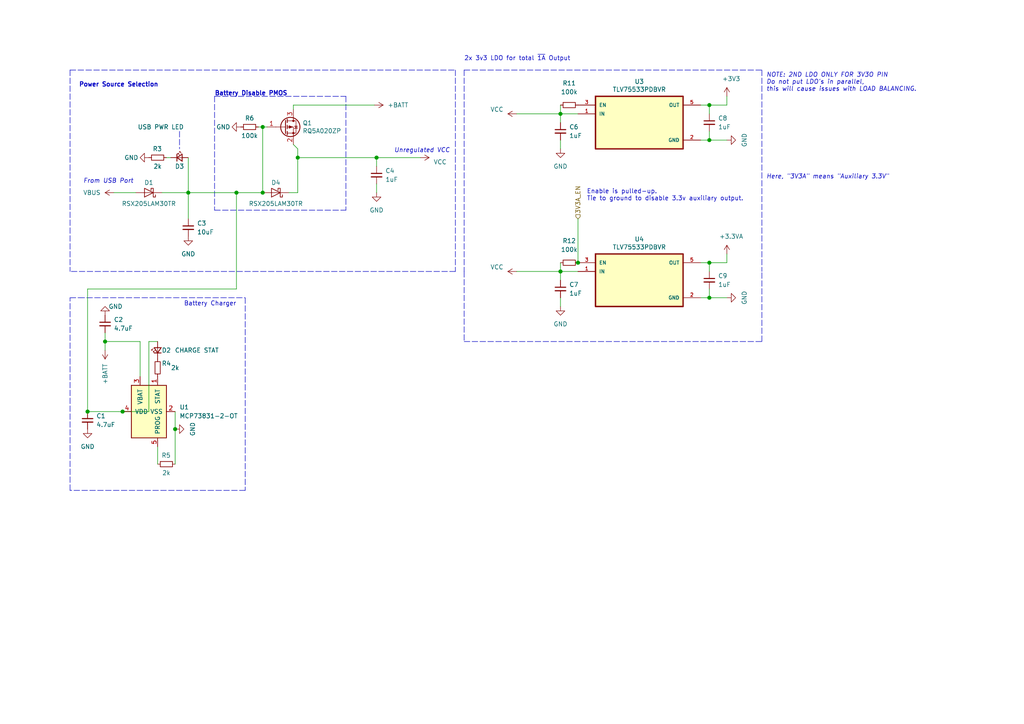
<source format=kicad_sch>
(kicad_sch (version 20210406) (generator eeschema)
  (paper "A4")
  (lib_symbols
    (symbol "Battery_Management:MCP73831-2-OT" (pin_names (offset 1.016))
      (property "Reference" "U" (at -7.62 6.35 0))
      (property "Value" "MCP73831-2-OT" (at 1.27 6.35 0))
      (symbol "MCP73831-2-OT_0_1"
        (rectangle (start -7.62 5.08) (end 7.62 -5.08) (stroke (width 0.254)) (fill (type background)))
      )
      (symbol "MCP73831-2-OT_1_1"
        (pin output line (at 10.16 -2.54 180) (length 2.54) (name "STAT") (number "1"))
        (pin power_in line (at 0 -7.62 90) (length 2.54) (name "VSS") (number "2"))
        (pin power_out line (at 10.16 2.54 180) (length 2.54) (name "VBAT") (number "3"))
        (pin power_in line (at 0 7.62 270) (length 2.54) (name "VDD") (number "4"))
        (pin input line (at -10.16 -2.54 0) (length 2.54) (name "PROG") (number "5"))
      )
    )
    (symbol "Device:C_Small" (pin_numbers hide) (pin_names (offset 0.254) hide)
      (property "Reference" "C" (at 0.254 1.778 0))
      (property "Value" "C_Small" (at 0.254 -2.032 0))
      (symbol "C_Small_0_1"
        (polyline (pts (xy -1.524 -0.508) (xy 1.524 -0.508)) (stroke (width 0.3302)))
        (polyline (pts (xy -1.524 0.508) (xy 1.524 0.508)) (stroke (width 0.3048)))
      )
      (symbol "C_Small_1_1"
        (pin passive line (at 0 2.54 270) (length 2.032) (name "~") (number "1"))
        (pin passive line (at 0 -2.54 90) (length 2.032) (name "~") (number "2"))
      )
    )
    (symbol "Device:D_Schottky" (pin_numbers hide) (pin_names (offset 1.016) hide)
      (property "Reference" "D" (at 0 2.54 0))
      (property "Value" "D_Schottky" (at 0 -2.54 0))
      (symbol "D_Schottky_0_1"
        (polyline (pts (xy 1.27 0) (xy -1.27 0)))
        (polyline (pts (xy 1.27 1.27) (xy 1.27 -1.27) (xy -1.27 0) (xy 1.27 1.27)) (stroke (width 0.2032)))
        (polyline (pts (xy -1.905 0.635) (xy -1.905 1.27) (xy -1.27 1.27) (xy -1.27 -1.27) (xy -0.635 -1.27) (xy -0.635 -0.635)) (stroke (width 0.2032)))
      )
      (symbol "D_Schottky_1_1"
        (pin passive line (at -3.81 0 0) (length 2.54) (name "K") (number "1"))
        (pin passive line (at 3.81 0 180) (length 2.54) (name "A") (number "2"))
      )
    )
    (symbol "Device:LED_Small" (pin_numbers hide) (pin_names (offset 0.254) hide)
      (property "Reference" "D" (at -1.27 3.175 0))
      (property "Value" "LED_Small" (at -4.445 -2.54 0))
      (symbol "LED_Small_0_1"
        (polyline (pts (xy -0.762 -1.016) (xy -0.762 1.016)) (stroke (width 0.254)))
        (polyline (pts (xy 1.016 0) (xy -0.762 0)))
        (polyline (pts (xy 0.762 -1.016) (xy -0.762 0) (xy 0.762 1.016) (xy 0.762 -1.016)) (stroke (width 0.254)))
        (polyline (pts (xy 0 0.762) (xy -0.508 1.27) (xy -0.254 1.27) (xy -0.508 1.27) (xy -0.508 1.016)))
        (polyline (pts (xy 0.508 1.27) (xy 0 1.778) (xy 0.254 1.778) (xy 0 1.778) (xy 0 1.524)))
      )
      (symbol "LED_Small_1_1"
        (pin passive line (at -2.54 0 0) (length 1.778) (name "K") (number "1"))
        (pin passive line (at 2.54 0 180) (length 1.778) (name "A") (number "2"))
      )
    )
    (symbol "Device:Q_PMOS_GSD" (pin_names (offset 0) hide)
      (property "Reference" "Q" (at 5.08 1.27 0))
      (property "Value" "Q_PMOS_GSD" (at 5.08 -1.27 0))
      (symbol "Q_PMOS_GSD_0_1"
        (circle (center 1.651 0) (radius 2.794) (stroke (width 0.254)))
        (circle (center 2.54 -1.778) (radius 0.254) (fill (type outline)))
        (circle (center 2.54 1.778) (radius 0.254) (fill (type outline)))
        (polyline (pts (xy 0.254 0) (xy -2.54 0)))
        (polyline (pts (xy 0.254 1.905) (xy 0.254 -1.905)) (stroke (width 0.254)))
        (polyline (pts (xy 0.762 -1.27) (xy 0.762 -2.286)) (stroke (width 0.254)))
        (polyline (pts (xy 0.762 0.508) (xy 0.762 -0.508)) (stroke (width 0.254)))
        (polyline (pts (xy 0.762 2.286) (xy 0.762 1.27)) (stroke (width 0.254)))
        (polyline (pts (xy 2.54 2.54) (xy 2.54 1.778)))
        (polyline (pts (xy 2.54 -2.54) (xy 2.54 0) (xy 0.762 0)))
        (polyline (pts (xy 0.762 1.778) (xy 3.302 1.778) (xy 3.302 -1.778) (xy 0.762 -1.778)))
        (polyline (pts (xy 2.794 -0.508) (xy 2.921 -0.381) (xy 3.683 -0.381) (xy 3.81 -0.254)))
        (polyline (pts (xy 3.302 -0.381) (xy 2.921 0.254) (xy 3.683 0.254) (xy 3.302 -0.381)))
        (polyline (pts (xy 2.286 0) (xy 1.27 0.381) (xy 1.27 -0.381) (xy 2.286 0)) (fill (type outline)))
      )
      (symbol "Q_PMOS_GSD_1_1"
        (pin input line (at -5.08 0 0) (length 2.54) (name "G") (number "1"))
        (pin passive line (at 2.54 -5.08 90) (length 2.54) (name "S") (number "2"))
        (pin passive line (at 2.54 5.08 270) (length 2.54) (name "D") (number "3"))
      )
    )
    (symbol "Device:R_Small" (pin_numbers hide) (pin_names (offset 0.254) hide)
      (property "Reference" "R" (at 0.762 0.508 0))
      (property "Value" "R_Small" (at 0.762 -1.016 0))
      (symbol "R_Small_0_1"
        (rectangle (start -0.762 1.778) (end 0.762 -1.778) (stroke (width 0.2032)))
      )
      (symbol "R_Small_1_1"
        (pin passive line (at 0 2.54 270) (length 0.762) (name "~") (number "1"))
        (pin passive line (at 0 -2.54 90) (length 0.762) (name "~") (number "2"))
      )
    )
    (symbol "TLV75533PDBVR:TLV75533PDBVR" (pin_names (offset 1.016))
      (property "Reference" "U" (at -12.7 8.6106 0))
      (property "Value" "TLV75533PDBVR" (at -12.7 -11.6078 0))
      (symbol "TLV75533PDBVR_0_0"
        (rectangle (start -12.7 -7.62) (end 12.7 7.62) (stroke (width 0.4064)) (fill (type background)))
        (pin input line (at -17.78 2.54 0) (length 5.08) (name "IN") (number "1"))
        (pin power_in line (at 17.78 -5.08 180) (length 5.08) (name "GND") (number "2"))
        (pin input line (at -17.78 5.08 0) (length 5.08) (name "EN") (number "3"))
        (pin output line (at 17.78 5.08 180) (length 5.08) (name "OUT") (number "5"))
      )
    )
    (symbol "power:+3.3VA" (power) (pin_names (offset 0))
      (property "Value" "+3.3VA" (at 0 3.556 0))
      (symbol "+3.3VA_0_1"
        (polyline (pts (xy -0.762 1.27) (xy 0 2.54)))
        (polyline (pts (xy 0 0) (xy 0 2.54)))
        (polyline (pts (xy 0 2.54) (xy 0.762 1.27)))
      )
      (symbol "+3.3VA_1_1"
        (pin power_in line (at 0 0 90) (length 0) hide (name "+3.3VA") (number "1"))
      )
    )
    (symbol "power:+3V3" (power) (pin_names (offset 0))
      (property "Value" "+3V3" (at 0 3.556 0))
      (symbol "+3V3_0_1"
        (polyline (pts (xy -0.762 1.27) (xy 0 2.54)))
        (polyline (pts (xy 0 0) (xy 0 2.54)))
        (polyline (pts (xy 0 2.54) (xy 0.762 1.27)))
      )
      (symbol "+3V3_1_1"
        (pin power_in line (at 0 0 90) (length 0) hide (name "+3V3") (number "1"))
      )
    )
    (symbol "power:+BATT" (power) (pin_names (offset 0))
      (property "Value" "+BATT" (at 0 3.556 0))
      (symbol "+BATT_0_1"
        (polyline (pts (xy -0.762 1.27) (xy 0 2.54)))
        (polyline (pts (xy 0 0) (xy 0 2.54)))
        (polyline (pts (xy 0 2.54) (xy 0.762 1.27)))
      )
      (symbol "+BATT_1_1"
        (pin power_in line (at 0 0 90) (length 0) hide (name "+BATT") (number "1"))
      )
    )
    (symbol "power:GND" (power) (pin_names (offset 0))
      (property "Value" "GND" (at 0 -3.81 0))
      (symbol "GND_0_1"
        (polyline (pts (xy 0 0) (xy 0 -1.27) (xy 1.27 -1.27) (xy 0 -2.54) (xy -1.27 -1.27) (xy 0 -1.27)))
      )
      (symbol "GND_1_1"
        (pin power_in line (at 0 0 270) (length 0) hide (name "GND") (number "1"))
      )
    )
    (symbol "power:VBUS" (power) (pin_names (offset 0))
      (property "Value" "VBUS" (at 0 3.81 0))
      (symbol "VBUS_0_1"
        (polyline (pts (xy -0.762 1.27) (xy 0 2.54)))
        (polyline (pts (xy 0 0) (xy 0 2.54)))
        (polyline (pts (xy 0 2.54) (xy 0.762 1.27)))
      )
      (symbol "VBUS_1_1"
        (pin power_in line (at 0 0 90) (length 0) hide (name "VBUS") (number "1"))
      )
    )
    (symbol "power:VCC" (power) (pin_names (offset 0))
      (property "Value" "VCC" (at 0 3.81 0))
      (symbol "VCC_0_1"
        (polyline (pts (xy -0.762 1.27) (xy 0 2.54)))
        (polyline (pts (xy 0 0) (xy 0 2.54)))
        (polyline (pts (xy 0 2.54) (xy 0.762 1.27)))
      )
      (symbol "VCC_1_1"
        (pin power_in line (at 0 0 90) (length 0) hide (name "VCC") (number "1"))
      )
    )
  )
  (junction (at 25.4 119.38) (diameter 1.016))
  (junction (at 30.48 99.06) (diameter 1.016))
  (junction (at 35.56 119.38) (diameter 1.016))
  (junction (at 50.8 124.46) (diameter 1.016))
  (junction (at 54.61 55.88) (diameter 1.016))
  (junction (at 68.58 55.88) (diameter 1.016))
  (junction (at 76.2 36.83) (diameter 1.016))
  (junction (at 76.2 55.88) (diameter 1.016))
  (junction (at 86.36 45.72) (diameter 1.016))
  (junction (at 109.22 45.72) (diameter 1.016))
  (junction (at 162.56 33.02) (diameter 1.016))
  (junction (at 162.56 78.74) (diameter 1.016))
  (junction (at 167.64 76.2) (diameter 1.016))
  (junction (at 205.74 30.48) (diameter 1.016))
  (junction (at 205.74 40.64) (diameter 1.016))
  (junction (at 205.74 76.2) (diameter 1.016))
  (junction (at 205.74 86.36) (diameter 1.016))
  (wire (pts (xy 25.4 83.82) (xy 68.58 83.82)))
  (wire (pts (xy 25.4 119.38) (xy 25.4 83.82)))
  (wire (pts (xy 25.4 119.38) (xy 35.56 119.38)))
  (wire (pts (xy 30.48 96.52) (xy 30.48 99.06)))
  (wire (pts (xy 30.48 99.06) (xy 30.48 101.6)))
  (wire (pts (xy 30.48 99.06) (xy 40.64 99.06)))
  (wire (pts (xy 33.02 55.88) (xy 39.37 55.88)))
  (wire (pts (xy 40.64 99.06) (xy 40.64 109.22)))
  (wire (pts (xy 43.18 99.06) (xy 43.18 119.38)))
  (wire (pts (xy 43.18 119.38) (xy 35.56 119.38)))
  (wire (pts (xy 45.72 99.06) (xy 43.18 99.06)))
  (wire (pts (xy 45.72 129.54) (xy 45.72 134.62)))
  (wire (pts (xy 46.99 55.88) (xy 54.61 55.88)))
  (wire (pts (xy 48.26 45.72) (xy 49.53 45.72)))
  (wire (pts (xy 50.8 119.38) (xy 50.8 124.46)))
  (wire (pts (xy 50.8 124.46) (xy 50.8 134.62)))
  (wire (pts (xy 54.61 45.72) (xy 54.61 55.88)))
  (wire (pts (xy 54.61 55.88) (xy 54.61 63.5)))
  (wire (pts (xy 54.61 55.88) (xy 68.58 55.88)))
  (wire (pts (xy 68.58 55.88) (xy 68.58 83.82)))
  (wire (pts (xy 68.58 55.88) (xy 76.2 55.88)))
  (wire (pts (xy 76.2 36.83) (xy 74.93 36.83)))
  (wire (pts (xy 76.2 36.83) (xy 77.47 36.83)))
  (wire (pts (xy 76.2 55.88) (xy 76.2 36.83)))
  (wire (pts (xy 85.09 30.48) (xy 85.09 31.75)))
  (wire (pts (xy 85.09 30.48) (xy 108.585 30.48)))
  (wire (pts (xy 86.36 43.18) (xy 85.09 41.91)))
  (wire (pts (xy 86.36 43.18) (xy 86.36 45.72)))
  (wire (pts (xy 86.36 45.72) (xy 86.36 55.88)))
  (wire (pts (xy 86.36 45.72) (xy 109.22 45.72)))
  (wire (pts (xy 86.36 55.88) (xy 83.82 55.88)))
  (wire (pts (xy 109.22 45.72) (xy 121.92 45.72)))
  (wire (pts (xy 109.22 48.26) (xy 109.22 45.72)))
  (wire (pts (xy 109.22 53.34) (xy 109.22 55.88)))
  (wire (pts (xy 149.86 33.02) (xy 162.56 33.02)))
  (wire (pts (xy 149.86 78.74) (xy 162.56 78.74)))
  (wire (pts (xy 162.56 30.48) (xy 162.56 33.02)))
  (wire (pts (xy 162.56 33.02) (xy 162.56 35.56)))
  (wire (pts (xy 162.56 33.02) (xy 167.64 33.02)))
  (wire (pts (xy 162.56 40.64) (xy 162.56 43.18)))
  (wire (pts (xy 162.56 76.2) (xy 162.56 78.74)))
  (wire (pts (xy 162.56 78.74) (xy 162.56 81.28)))
  (wire (pts (xy 162.56 78.74) (xy 167.64 78.74)))
  (wire (pts (xy 162.56 86.36) (xy 162.56 88.9)))
  (wire (pts (xy 167.64 63.5) (xy 167.64 76.2)))
  (wire (pts (xy 203.2 30.48) (xy 205.74 30.48)))
  (wire (pts (xy 203.2 76.2) (xy 205.74 76.2)))
  (wire (pts (xy 205.74 30.48) (xy 205.74 33.02)))
  (wire (pts (xy 205.74 30.48) (xy 210.82 30.48)))
  (wire (pts (xy 205.74 38.1) (xy 205.74 40.64)))
  (wire (pts (xy 205.74 40.64) (xy 203.2 40.64)))
  (wire (pts (xy 205.74 40.64) (xy 210.82 40.64)))
  (wire (pts (xy 205.74 76.2) (xy 205.74 78.74)))
  (wire (pts (xy 205.74 76.2) (xy 210.82 76.2)))
  (wire (pts (xy 205.74 83.82) (xy 205.74 86.36)))
  (wire (pts (xy 205.74 86.36) (xy 203.2 86.36)))
  (wire (pts (xy 205.74 86.36) (xy 210.82 86.36)))
  (wire (pts (xy 210.82 30.48) (xy 210.82 27.94)))
  (wire (pts (xy 210.82 76.2) (xy 210.82 73.66)))
  (polyline (pts (xy 20.32 20.32) (xy 20.32 78.74)) (stroke (width 0) (type dash)))
  (polyline (pts (xy 20.32 20.32) (xy 132.08 20.32)) (stroke (width 0) (type dash)))
  (polyline (pts (xy 20.32 86.36) (xy 22.86 86.36)) (stroke (width 0) (type dash)))
  (polyline (pts (xy 20.32 142.24) (xy 20.32 86.36)) (stroke (width 0) (type dash)))
  (polyline (pts (xy 22.86 86.36) (xy 71.12 86.36)) (stroke (width 0) (type dash)))
  (polyline (pts (xy 52.07 38.1) (xy 52.07 43.18)) (stroke (width 0) (type dash)))
  (polyline (pts (xy 62.23 27.94) (xy 62.23 60.96)) (stroke (width 0) (type dash)))
  (polyline (pts (xy 62.23 27.94) (xy 100.33 27.94)) (stroke (width 0) (type dash)))
  (polyline (pts (xy 62.23 60.96) (xy 100.33 60.96)) (stroke (width 0) (type dash)))
  (polyline (pts (xy 71.12 86.36) (xy 71.12 142.24)) (stroke (width 0) (type dash)))
  (polyline (pts (xy 71.12 142.24) (xy 20.32 142.24)) (stroke (width 0) (type dash)))
  (polyline (pts (xy 100.33 27.94) (xy 100.33 60.96)) (stroke (width 0) (type dash)))
  (polyline (pts (xy 132.08 20.32) (xy 132.08 78.74)) (stroke (width 0) (type dash)))
  (polyline (pts (xy 132.08 78.74) (xy 20.32 78.74)) (stroke (width 0) (type dash)))
  (polyline (pts (xy 134.62 20.32) (xy 134.62 78.74)) (stroke (width 0) (type dash)))
  (polyline (pts (xy 134.62 20.32) (xy 220.98 20.32)) (stroke (width 0) (type dash)))
  (polyline (pts (xy 134.62 78.74) (xy 134.62 99.06)) (stroke (width 0) (type dash)))
  (polyline (pts (xy 134.62 99.06) (xy 220.98 99.06)) (stroke (width 0) (type dash)))
  (polyline (pts (xy 220.98 20.32) (xy 220.98 78.74)) (stroke (width 0) (type dash)))
  (polyline (pts (xy 220.98 99.06) (xy 220.98 78.74)) (stroke (width 0) (type dash)))
  (text "Power Source Selection" (at 22.86 25.4 0) (effects (font (size 1.27 1.27) (thickness 0.254) bold) (justify left bottom)))
  (text "From USB Port" (at 24.13 53.34 0) (effects (font (size 1.27 1.27) italic) (justify left bottom)))
  (text "Battery Disable PMOS" (at 62.23 27.94 0) (effects (font (size 1.27 1.27) (thickness 0.254) bold) (justify left bottom)))
  (text "Battery Charger\n" (at 68.58 88.9 180) (effects (font (size 1.27 1.27)) (justify right bottom)))
  (text "Unregulated VCC" (at 114.3 44.45 0) (effects (font (size 1.27 1.27) italic) (justify left bottom)))
  (text "2x 3v3 LDO for total ~1A Output" (at 134.62 17.78 0) (effects (font (size 1.27 1.27)) (justify left bottom)))
  (text "Enable is pulled-up.\nTie to ground to disable 3.3v auxiliary output." (at 170.18 58.42 0) (effects (font (size 1.27 1.27)) (justify left bottom)))
  (text "NOTE: 2ND LDO ONLY FOR 3V3O PIN\nDo not put LDO's in parallel, \nthis will cause issues with LOAD BALANCING." (at 222.25 26.67 0) (effects (font (size 1.27 1.27) italic) (justify left bottom)))
  (text "Here, \"3V3A\" means \"Auxiliary 3.3V\"" (at 222.25 52.07 0) (effects (font (size 1.27 1.27) italic) (justify left bottom)))
  (hierarchical_label "3V3A_EN" (shape input) (at 167.64 63.5 90))
  (symbol (lib_id "power:+BATT") (at 30.48 101.6 180) (unit 1)
    (property "Reference" "#PWR0134" (effects hide))
    (property "Value" "+BATT" (at 30.48 105.41 90) (effects (justify left)))
  )
  (symbol (lib_id "power:VBUS") (at 33.02 55.88 90) (unit 1)
    (property "Reference" "#PWR0120" (effects hide))
    (property "Value" "VBUS" (at 29.21 55.88 90) (effects (justify left)))
  )
  (symbol (lib_id "power:+BATT") (at 108.585 30.48 270) (unit 1)
    (property "Reference" "#PWR0122" (effects hide))
    (property "Value" "+BATT" (at 112.395 30.48 90) (effects (justify left)))
  )
  (symbol (lib_id "power:VCC") (at 121.92 45.72 270) (unit 1)
    (property "Reference" "#PWR0126" (effects hide))
    (property "Value" "VCC" (at 125.73 46.99 90) (effects (justify left)))
  )
  (symbol (lib_id "power:VCC") (at 149.86 33.02 90) (unit 1)
    (property "Reference" "#PWR0128" (effects hide))
    (property "Value" "VCC" (at 146.05 31.75 90) (effects (justify left)))
  )
  (symbol (lib_id "power:VCC") (at 149.86 78.74 90) (unit 1)
    (property "Reference" "#PWR0125" (effects hide))
    (property "Value" "VCC" (at 146.05 77.47 90) (effects (justify left)))
  )
  (symbol (lib_id "power:+3V3") (at 210.82 27.94 0) (unit 1)
    (property "Reference" "#PWR0137" (effects hide))
    (property "Value" "+3V3" (at 212.09 22.86 0))
  )
  (symbol (lib_id "power:+3.3VA") (at 210.82 73.66 0) (unit 1)
    (property "Reference" "#PWR0145" (effects hide))
    (property "Value" "+3.3VA" (at 212.09 68.58 0))
  )
  (symbol (lib_id "power:GND") (at 25.4 124.46 0) (unit 1)
    (property "Reference" "#PWR0135" (effects hide))
    (property "Value" "GND" (at 25.4 129.54 0))
  )
  (symbol (lib_id "power:GND") (at 30.48 91.44 180) (unit 1)
    (property "Reference" "#PWR0130" (effects hide))
    (property "Value" "GND" (at 35.56 88.9 0) (effects (justify left)))
  )
  (symbol (lib_id "power:GND") (at 43.18 45.72 270) (unit 1)
    (property "Reference" "#PWR0121" (effects hide))
    (property "Value" "GND" (at 38.1 45.72 90))
  )
  (symbol (lib_id "power:GND") (at 50.8 124.46 90) (unit 1)
    (property "Reference" "#PWR0131" (effects hide))
    (property "Value" "GND" (at 55.88 124.46 0))
  )
  (symbol (lib_id "power:GND") (at 54.61 68.58 0) (unit 1)
    (property "Reference" "#PWR0123" (effects hide))
    (property "Value" "GND" (at 54.61 73.66 0))
  )
  (symbol (lib_id "power:GND") (at 69.85 36.83 270) (unit 1)
    (property "Reference" "#PWR0124" (effects hide))
    (property "Value" "GND" (at 64.77 36.83 90))
  )
  (symbol (lib_id "power:GND") (at 109.22 55.88 0) (unit 1)
    (property "Reference" "#PWR0129" (effects hide))
    (property "Value" "GND" (at 109.22 60.96 0))
  )
  (symbol (lib_id "power:GND") (at 162.56 43.18 0) (unit 1)
    (property "Reference" "#PWR0127" (effects hide))
    (property "Value" "GND" (at 162.56 48.26 0))
  )
  (symbol (lib_id "power:GND") (at 162.56 88.9 0) (unit 1)
    (property "Reference" "#PWR0140" (effects hide))
    (property "Value" "GND" (at 162.56 93.98 0))
  )
  (symbol (lib_id "power:GND") (at 210.82 40.64 90) (unit 1)
    (property "Reference" "#PWR0136" (effects hide))
    (property "Value" "GND" (at 215.9 40.64 0))
  )
  (symbol (lib_id "power:GND") (at 210.82 86.36 90) (unit 1)
    (property "Reference" "#PWR0139" (effects hide))
    (property "Value" "GND" (at 215.9 86.36 0))
  )
  (symbol (lib_id "Device:R_Small") (at 45.72 45.72 90) (unit 1)
    (property "Reference" "R3" (at 46.99 43.18 90) (effects (justify left)))
    (property "Value" "2k" (at 45.72 48.26 90))
    (property "Footprint" "Resistor_SMD:R_0805_2012Metric_Pad1.20x1.40mm_HandSolder" (effects hide))
  )
  (symbol (lib_id "Device:R_Small") (at 45.72 106.68 180) (unit 1)
    (property "Reference" "R4" (at 48.26 105.41 0))
    (property "Value" "2k" (at 50.8 106.68 0))
    (property "Footprint" "Resistor_SMD:R_0805_2012Metric_Pad1.20x1.40mm_HandSolder" (effects hide))
  )
  (symbol (lib_id "Device:R_Small") (at 48.26 134.62 90) (unit 1)
    (property "Reference" "R5" (at 49.53 132.08 90) (effects (justify left)))
    (property "Value" "2k" (at 48.26 137.16 90))
    (property "Footprint" "Resistor_SMD:R_0805_2012Metric_Pad1.20x1.40mm_HandSolder" (effects hide))
  )
  (symbol (lib_id "Device:R_Small") (at 72.39 36.83 90) (unit 1)
    (property "Reference" "R6" (at 72.39 34.29 90))
    (property "Value" "100k" (at 72.39 39.37 90))
    (property "Footprint" "Resistor_SMD:R_0805_2012Metric_Pad1.20x1.40mm_HandSolder" (effects hide))
  )
  (symbol (lib_id "Device:R_Small") (at 165.1 30.48 90) (unit 1)
    (property "Reference" "R11" (at 165.1 24.13 90))
    (property "Value" "100k" (at 165.1 26.67 90))
    (property "Footprint" "Resistor_SMD:R_0805_2012Metric_Pad1.20x1.40mm_HandSolder" (effects hide))
  )
  (symbol (lib_id "Device:R_Small") (at 165.1 76.2 90) (unit 1)
    (property "Reference" "R12" (at 165.1 69.85 90))
    (property "Value" "100k" (at 165.1 72.39 90))
    (property "Footprint" "Resistor_SMD:R_0805_2012Metric_Pad1.20x1.40mm_HandSolder" (effects hide))
  )
  (symbol (lib_id "Device:LED_Small") (at 45.72 101.6 90) (unit 1)
    (property "Reference" "D2" (at 48.26 101.6 90))
    (property "Value" "CHARGE STAT" (at 63.5 101.6 90) (effects (justify left)))
    (property "Footprint" "LED_SMD:LED_0805_2012Metric_Pad1.15x1.40mm_HandSolder" (effects hide))
  )
  (symbol (lib_id "Device:LED_Small") (at 52.07 45.72 0) (unit 1)
    (property "Reference" "D3" (at 52.07 48.26 0))
    (property "Value" "USB PWR LED" (at 53.34 36.83 0) (effects (justify right)))
    (property "Footprint" "LED_SMD:LED_0805_2012Metric_Pad1.15x1.40mm_HandSolder" (effects hide))
  )
  (symbol (lib_id "Device:C_Small") (at 25.4 121.92 0) (unit 1)
    (property "Reference" "C1" (at 27.94 120.65 0) (effects (justify left)))
    (property "Value" "4.7uF" (at 27.94 123.19 0) (effects (justify left)))
    (property "Footprint" "Capacitor_SMD:C_0805_2012Metric_Pad1.18x1.45mm_HandSolder" (effects hide))
  )
  (symbol (lib_id "Device:C_Small") (at 30.48 93.98 0) (unit 1)
    (property "Reference" "C2" (at 33.02 92.71 0) (effects (justify left)))
    (property "Value" "4.7uF" (at 33.02 95.25 0) (effects (justify left)))
    (property "Footprint" "Capacitor_SMD:C_0805_2012Metric_Pad1.18x1.45mm_HandSolder" (effects hide))
  )
  (symbol (lib_id "Device:C_Small") (at 54.61 66.04 0) (unit 1)
    (property "Reference" "C3" (at 57.15 64.77 0) (effects (justify left)))
    (property "Value" "10uF" (at 57.15 67.31 0) (effects (justify left)))
    (property "Footprint" "Capacitor_SMD:C_0805_2012Metric_Pad1.18x1.45mm_HandSolder" (effects hide))
  )
  (symbol (lib_id "Device:C_Small") (at 109.22 50.8 0) (unit 1)
    (property "Reference" "C4" (at 111.76 49.53 0) (effects (justify left)))
    (property "Value" "1uF" (at 111.76 52.07 0) (effects (justify left)))
    (property "Footprint" "Capacitor_SMD:C_0805_2012Metric_Pad1.18x1.45mm_HandSolder" (effects hide))
  )
  (symbol (lib_id "Device:C_Small") (at 162.56 38.1 0) (unit 1)
    (property "Reference" "C6" (at 165.1 36.83 0) (effects (justify left)))
    (property "Value" "1uF" (at 165.1 39.37 0) (effects (justify left)))
    (property "Footprint" "Capacitor_SMD:C_0805_2012Metric_Pad1.18x1.45mm_HandSolder" (effects hide))
  )
  (symbol (lib_id "Device:C_Small") (at 162.56 83.82 0) (unit 1)
    (property "Reference" "C7" (at 165.1 82.55 0) (effects (justify left)))
    (property "Value" "1uF" (at 165.1 85.09 0) (effects (justify left)))
    (property "Footprint" "Capacitor_SMD:C_0805_2012Metric_Pad1.18x1.45mm_HandSolder" (effects hide))
  )
  (symbol (lib_id "Device:C_Small") (at 205.74 35.56 0) (unit 1)
    (property "Reference" "C8" (at 208.28 34.29 0) (effects (justify left)))
    (property "Value" "1uF" (at 208.28 36.83 0) (effects (justify left)))
    (property "Footprint" "Capacitor_SMD:C_0805_2012Metric_Pad1.18x1.45mm_HandSolder" (effects hide))
  )
  (symbol (lib_id "Device:C_Small") (at 205.74 81.28 0) (unit 1)
    (property "Reference" "C9" (at 208.28 80.01 0) (effects (justify left)))
    (property "Value" "1uF" (at 208.28 82.55 0) (effects (justify left)))
    (property "Footprint" "Capacitor_SMD:C_0805_2012Metric_Pad1.18x1.45mm_HandSolder" (effects hide))
  )
  (symbol (lib_id "Device:D_Schottky") (at 43.18 55.88 180) (unit 1)
    (property "Reference" "D1" (at 43.18 52.9652 0))
    (property "Value" "RSX205LAM30TR" (at 43.18 59.0736 0))
    (property "Footprint" "Diode_SMD:D_SOD-128" (effects hide))
  )
  (symbol (lib_id "Device:D_Schottky") (at 80.01 55.88 180) (unit 1)
    (property "Reference" "D4" (at 80.01 52.9652 0))
    (property "Value" "RSX205LAM30TR" (at 80.0098 59.074 0))
    (property "Footprint" "Diode_SMD:D_SOD-128" (effects hide))
  )
  (symbol (lib_id "Device:Q_PMOS_GSD") (at 82.55 36.83 0) (unit 1)
    (property "Reference" "Q1" (at 87.7571 35.6806 0) (effects (justify left)))
    (property "Value" "RQ5A020ZP" (at 87.7576 37.9796 0) (effects (justify left)))
    (property "Footprint" "Footprints:SOT346" (effects hide))
  )
  (symbol (lib_id "Battery_Management:MCP73831-2-OT") (at 43.18 119.38 90) (unit 1)
    (property "Reference" "U1" (at 52.07 118.11 90) (effects (justify right)))
    (property "Value" "MCP73831-2-OT" (at 52.07 120.65 90) (effects (justify right)))
    (property "Footprint" "Package_TO_SOT_SMD:SOT-23-5" (effects hide))
    (property "Datasheet" "http://ww1.microchip.com/downloads/en/DeviceDoc/20001984g.pdf" (effects hide))
  )
  (symbol (lib_id "TLV75533PDBVR:TLV75533PDBVR") (at 185.42 35.56 0) (unit 1)
    (property "Reference" "U3" (at 185.42 23.6536 0))
    (property "Value" "TLV75533PDBVR" (at 185.42 25.9523 0))
    (property "Footprint" "Footprints:SOT95P280X145-5N" (effects hide))
  )
  (symbol (lib_id "TLV75533PDBVR:TLV75533PDBVR") (at 185.42 81.28 0) (unit 1)
    (property "Reference" "U4" (at 185.42 69.3736 0))
    (property "Value" "TLV75533PDBVR" (at 185.42 71.6723 0))
    (property "Footprint" "Footprints:SOT95P280X145-5N" (effects hide))
  )
)
</source>
